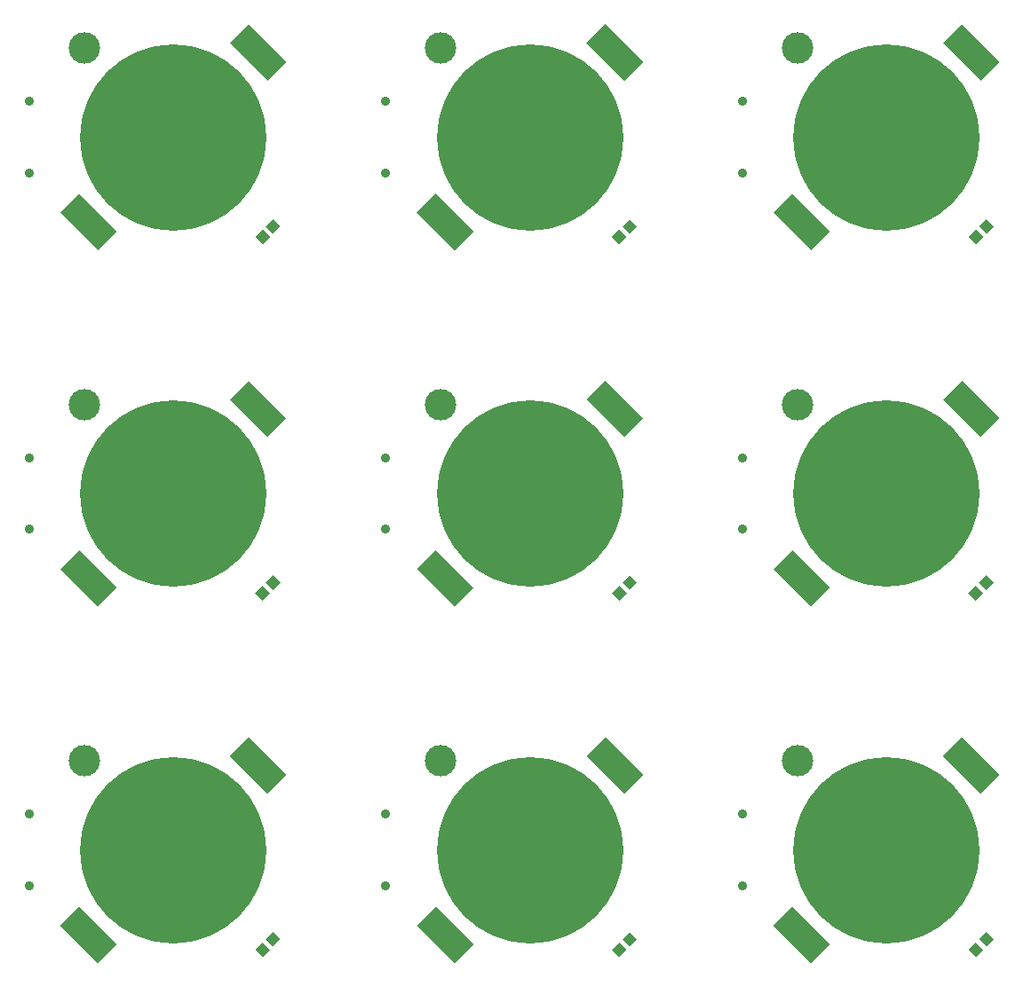
<source format=gbs>
%MOIN*%
%OFA0B0*%
%FSLAX46Y46*%
%IPPOS*%
%LPD*%
%ADD10C,0.0039370078740157488*%
%ADD11C,0.035433070866141732*%
%ADD12C,0.70000000000000007*%
%ADD13C,0.11811023622047245*%
%ADD24C,0.0039370078740157488*%
%ADD25C,0.035433070866141732*%
%ADD26C,0.70000000000000007*%
%ADD27C,0.11811023622047245*%
%ADD28C,0.0039370078740157488*%
%ADD29C,0.035433070866141732*%
%ADD30C,0.70000000000000007*%
%ADD31C,0.11811023622047245*%
%ADD32C,0.0039370078740157488*%
%ADD33C,0.035433070866141732*%
%ADD34C,0.70000000000000007*%
%ADD35C,0.11811023622047245*%
%ADD36C,0.0039370078740157488*%
%ADD37C,0.035433070866141732*%
%ADD38C,0.70000000000000007*%
%ADD39C,0.11811023622047245*%
%ADD40C,0.0039370078740157488*%
%ADD41C,0.035433070866141732*%
%ADD42C,0.70000000000000007*%
%ADD43C,0.11811023622047245*%
%ADD44C,0.0039370078740157488*%
%ADD45C,0.035433070866141732*%
%ADD46C,0.70000000000000007*%
%ADD47C,0.11811023622047245*%
%ADD48C,0.0039370078740157488*%
%ADD49C,0.035433070866141732*%
%ADD50C,0.70000000000000007*%
%ADD51C,0.11811023622047245*%
%ADD52C,0.0039370078740157488*%
%ADD53C,0.035433070866141732*%
%ADD54C,0.70000000000000007*%
%ADD55C,0.11811023622047245*%
G01G01*
D10*
D11*
X-0007414173Y0004104330D02*
X0000265747Y0000299212D03*
X0000265747Y0000566929D03*
D12*
X0000807086Y0000433070D03*
D10*
G36*
X0001089929Y0000857334D02*
X0001231350Y0000715913D01*
X0001160639Y0000645202D01*
X0001019218Y0000786624D01*
X0001089929Y0000857334D01*
X0001089929Y0000857334D01*
G37*
G36*
X0000453532Y0000220938D02*
X0000594954Y0000079517D01*
X0000524243Y0000008806D01*
X0000382822Y0000150228D01*
X0000453532Y0000220938D01*
X0000453532Y0000220938D01*
G37*
G36*
X0001141731Y0000031216D02*
X0001113893Y0000059055D01*
X0001141731Y0000086893D01*
X0001169570Y0000059055D01*
X0001141731Y0000031216D01*
X0001141731Y0000031216D01*
G37*
G36*
X0001181102Y0000070586D02*
X0001153263Y0000098425D01*
X0001181102Y0000126264D01*
X0001208940Y0000098425D01*
X0001181102Y0000070586D01*
X0001181102Y0000070586D01*
G37*
D13*
X0000472440Y0000767716D03*
G04 next file*
G04 #@! TF.FileFunction,Soldermask,Bot*
G04 Gerber Fmt 4.6, Leading zero omitted, Abs format (unit mm)*
G04 Created by KiCad (PCBNEW 4.0.7) date 01/30/18 20:10:09*
G01G01*
G04 APERTURE LIST*
G04 APERTURE END LIST*
D24*
D25*
X-0007414173Y0005442913D02*
X0000265747Y0001637795D03*
X0000265747Y0001905511D03*
D26*
X0000807086Y0001771653D03*
D24*
G36*
X0001089929Y0002195917D02*
X0001231350Y0002054496D01*
X0001160639Y0001983785D01*
X0001019218Y0002125206D01*
X0001089929Y0002195917D01*
X0001089929Y0002195917D01*
G37*
G36*
X0000453532Y0001559521D02*
X0000594954Y0001418100D01*
X0000524243Y0001347389D01*
X0000382822Y0001488810D01*
X0000453532Y0001559521D01*
X0000453532Y0001559521D01*
G37*
G36*
X0001141731Y0001369798D02*
X0001113893Y0001397637D01*
X0001141731Y0001425476D01*
X0001169570Y0001397637D01*
X0001141731Y0001369798D01*
X0001141731Y0001369798D01*
G37*
G36*
X0001181102Y0001409169D02*
X0001153263Y0001437007D01*
X0001181102Y0001464846D01*
X0001208940Y0001437007D01*
X0001181102Y0001409169D01*
X0001181102Y0001409169D01*
G37*
D27*
X0000472440Y0002106299D03*
G04 next file*
G04 #@! TF.FileFunction,Soldermask,Bot*
G04 Gerber Fmt 4.6, Leading zero omitted, Abs format (unit mm)*
G04 Created by KiCad (PCBNEW 4.0.7) date 01/30/18 20:10:09*
G01G01*
G04 APERTURE LIST*
G04 APERTURE END LIST*
D28*
D29*
X-0007414173Y0006781496D02*
X0000265747Y0002976377D03*
X0000265747Y0003244094D03*
D30*
X0000807086Y0003110236D03*
D28*
G36*
X0001089929Y0003534500D02*
X0001231350Y0003393078D01*
X0001160639Y0003322368D01*
X0001019218Y0003463789D01*
X0001089929Y0003534500D01*
X0001089929Y0003534500D01*
G37*
G36*
X0000453532Y0002898104D02*
X0000594954Y0002756682D01*
X0000524243Y0002685972D01*
X0000382822Y0002827393D01*
X0000453532Y0002898104D01*
X0000453532Y0002898104D01*
G37*
G36*
X0001141731Y0002708381D02*
X0001113893Y0002736220D01*
X0001141731Y0002764059D01*
X0001169570Y0002736220D01*
X0001141731Y0002708381D01*
X0001141731Y0002708381D01*
G37*
G36*
X0001181102Y0002747751D02*
X0001153263Y0002775590D01*
X0001181102Y0002803429D01*
X0001208940Y0002775590D01*
X0001181102Y0002747751D01*
X0001181102Y0002747751D01*
G37*
D31*
X0000472440Y0003444881D03*
G04 next file*
G04 #@! TF.FileFunction,Soldermask,Bot*
G04 Gerber Fmt 4.6, Leading zero omitted, Abs format (unit mm)*
G04 Created by KiCad (PCBNEW 4.0.7) date 01/30/18 20:10:09*
G01G01*
G04 APERTURE LIST*
G04 APERTURE END LIST*
D32*
D33*
X-0006075590Y0004104330D02*
X0001604330Y0000299212D03*
X0001604330Y0000566929D03*
D34*
X0002145668Y0000433070D03*
D32*
G36*
X0002428511Y0000857334D02*
X0002569933Y0000715913D01*
X0002499222Y0000645202D01*
X0002357801Y0000786624D01*
X0002428511Y0000857334D01*
X0002428511Y0000857334D01*
G37*
G36*
X0001792115Y0000220938D02*
X0001933536Y0000079517D01*
X0001862826Y0000008806D01*
X0001721404Y0000150228D01*
X0001792115Y0000220938D01*
X0001792115Y0000220938D01*
G37*
G36*
X0002480314Y0000031216D02*
X0002452475Y0000059055D01*
X0002480314Y0000086893D01*
X0002508153Y0000059055D01*
X0002480314Y0000031216D01*
X0002480314Y0000031216D01*
G37*
G36*
X0002519684Y0000070586D02*
X0002491845Y0000098425D01*
X0002519684Y0000126264D01*
X0002547523Y0000098425D01*
X0002519684Y0000070586D01*
X0002519684Y0000070586D01*
G37*
D35*
X0001811023Y0000767716D03*
G04 next file*
G04 #@! TF.FileFunction,Soldermask,Bot*
G04 Gerber Fmt 4.6, Leading zero omitted, Abs format (unit mm)*
G04 Created by KiCad (PCBNEW 4.0.7) date 01/30/18 20:10:09*
G01G01*
G04 APERTURE LIST*
G04 APERTURE END LIST*
D36*
D37*
X-0004737007Y0004104330D02*
X0002942913Y0000299212D03*
X0002942913Y0000566929D03*
D38*
X0003484251Y0000433070D03*
D36*
G36*
X0003767094Y0000857334D02*
X0003908516Y0000715913D01*
X0003837805Y0000645202D01*
X0003696384Y0000786624D01*
X0003767094Y0000857334D01*
X0003767094Y0000857334D01*
G37*
G36*
X0003130698Y0000220938D02*
X0003272119Y0000079517D01*
X0003201409Y0000008806D01*
X0003059987Y0000150228D01*
X0003130698Y0000220938D01*
X0003130698Y0000220938D01*
G37*
G36*
X0003818897Y0000031216D02*
X0003791058Y0000059055D01*
X0003818897Y0000086893D01*
X0003846736Y0000059055D01*
X0003818897Y0000031216D01*
X0003818897Y0000031216D01*
G37*
G36*
X0003858267Y0000070586D02*
X0003830428Y0000098425D01*
X0003858267Y0000126264D01*
X0003886106Y0000098425D01*
X0003858267Y0000070586D01*
X0003858267Y0000070586D01*
G37*
D39*
X0003149606Y0000767716D03*
G04 next file*
G04 #@! TF.FileFunction,Soldermask,Bot*
G04 Gerber Fmt 4.6, Leading zero omitted, Abs format (unit mm)*
G04 Created by KiCad (PCBNEW 4.0.7) date 01/30/18 20:10:09*
G01G01*
G04 APERTURE LIST*
G04 APERTURE END LIST*
D40*
D41*
X-0006075590Y0005442913D02*
X0001604330Y0001637795D03*
X0001604330Y0001905511D03*
D42*
X0002145668Y0001771653D03*
D40*
G36*
X0002428511Y0002195917D02*
X0002569933Y0002054496D01*
X0002499222Y0001983785D01*
X0002357801Y0002125206D01*
X0002428511Y0002195917D01*
X0002428511Y0002195917D01*
G37*
G36*
X0001792115Y0001559521D02*
X0001933536Y0001418100D01*
X0001862826Y0001347389D01*
X0001721404Y0001488810D01*
X0001792115Y0001559521D01*
X0001792115Y0001559521D01*
G37*
G36*
X0002480314Y0001369798D02*
X0002452475Y0001397637D01*
X0002480314Y0001425476D01*
X0002508153Y0001397637D01*
X0002480314Y0001369798D01*
X0002480314Y0001369798D01*
G37*
G36*
X0002519684Y0001409169D02*
X0002491845Y0001437007D01*
X0002519684Y0001464846D01*
X0002547523Y0001437007D01*
X0002519684Y0001409169D01*
X0002519684Y0001409169D01*
G37*
D43*
X0001811023Y0002106299D03*
G04 next file*
G04 #@! TF.FileFunction,Soldermask,Bot*
G04 Gerber Fmt 4.6, Leading zero omitted, Abs format (unit mm)*
G04 Created by KiCad (PCBNEW 4.0.7) date 01/30/18 20:10:09*
G01G01*
G04 APERTURE LIST*
G04 APERTURE END LIST*
D44*
D45*
X-0006075590Y0006781496D02*
X0001604330Y0002976377D03*
X0001604330Y0003244094D03*
D46*
X0002145668Y0003110236D03*
D44*
G36*
X0002428511Y0003534500D02*
X0002569933Y0003393078D01*
X0002499222Y0003322368D01*
X0002357801Y0003463789D01*
X0002428511Y0003534500D01*
X0002428511Y0003534500D01*
G37*
G36*
X0001792115Y0002898104D02*
X0001933536Y0002756682D01*
X0001862826Y0002685972D01*
X0001721404Y0002827393D01*
X0001792115Y0002898104D01*
X0001792115Y0002898104D01*
G37*
G36*
X0002480314Y0002708381D02*
X0002452475Y0002736220D01*
X0002480314Y0002764059D01*
X0002508153Y0002736220D01*
X0002480314Y0002708381D01*
X0002480314Y0002708381D01*
G37*
G36*
X0002519684Y0002747751D02*
X0002491845Y0002775590D01*
X0002519684Y0002803429D01*
X0002547523Y0002775590D01*
X0002519684Y0002747751D01*
X0002519684Y0002747751D01*
G37*
D47*
X0001811023Y0003444881D03*
G04 next file*
G04 #@! TF.FileFunction,Soldermask,Bot*
G04 Gerber Fmt 4.6, Leading zero omitted, Abs format (unit mm)*
G04 Created by KiCad (PCBNEW 4.0.7) date 01/30/18 20:10:09*
G01G01*
G04 APERTURE LIST*
G04 APERTURE END LIST*
D48*
D49*
X-0004737007Y0005442913D02*
X0002942913Y0001637795D03*
X0002942913Y0001905511D03*
D50*
X0003484251Y0001771653D03*
D48*
G36*
X0003767094Y0002195917D02*
X0003908516Y0002054496D01*
X0003837805Y0001983785D01*
X0003696384Y0002125206D01*
X0003767094Y0002195917D01*
X0003767094Y0002195917D01*
G37*
G36*
X0003130698Y0001559521D02*
X0003272119Y0001418100D01*
X0003201409Y0001347389D01*
X0003059987Y0001488810D01*
X0003130698Y0001559521D01*
X0003130698Y0001559521D01*
G37*
G36*
X0003818897Y0001369798D02*
X0003791058Y0001397637D01*
X0003818897Y0001425476D01*
X0003846736Y0001397637D01*
X0003818897Y0001369798D01*
X0003818897Y0001369798D01*
G37*
G36*
X0003858267Y0001409169D02*
X0003830428Y0001437007D01*
X0003858267Y0001464846D01*
X0003886106Y0001437007D01*
X0003858267Y0001409169D01*
X0003858267Y0001409169D01*
G37*
D51*
X0003149606Y0002106299D03*
G04 next file*
G04 #@! TF.FileFunction,Soldermask,Bot*
G04 Gerber Fmt 4.6, Leading zero omitted, Abs format (unit mm)*
G04 Created by KiCad (PCBNEW 4.0.7) date 01/30/18 20:10:09*
G01G01*
G04 APERTURE LIST*
G04 APERTURE END LIST*
D52*
D53*
X-0004737007Y0006781496D02*
X0002942913Y0002976377D03*
X0002942913Y0003244094D03*
D54*
X0003484251Y0003110236D03*
D52*
G36*
X0003767094Y0003534500D02*
X0003908516Y0003393078D01*
X0003837805Y0003322368D01*
X0003696384Y0003463789D01*
X0003767094Y0003534500D01*
X0003767094Y0003534500D01*
G37*
G36*
X0003130698Y0002898104D02*
X0003272119Y0002756682D01*
X0003201409Y0002685972D01*
X0003059987Y0002827393D01*
X0003130698Y0002898104D01*
X0003130698Y0002898104D01*
G37*
G36*
X0003818897Y0002708381D02*
X0003791058Y0002736220D01*
X0003818897Y0002764059D01*
X0003846736Y0002736220D01*
X0003818897Y0002708381D01*
X0003818897Y0002708381D01*
G37*
G36*
X0003858267Y0002747751D02*
X0003830428Y0002775590D01*
X0003858267Y0002803429D01*
X0003886106Y0002775590D01*
X0003858267Y0002747751D01*
X0003858267Y0002747751D01*
G37*
D55*
X0003149606Y0003444881D03*
M02*
</source>
